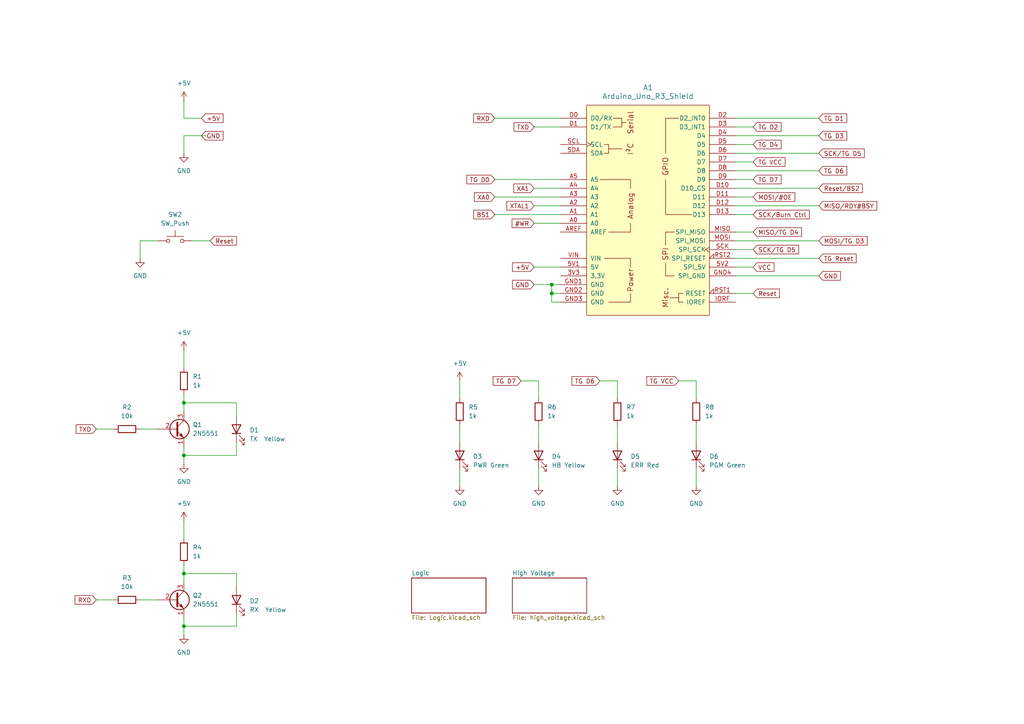
<source format=kicad_sch>
(kicad_sch (version 20231120) (generator "eeschema") (generator_version "8.0")
  (paper "A4")
  (lib_symbols
    (symbol "Device:LED" (pin_numbers hide) (pin_names (offset 1.016) hide)
      (property "Reference" "D" (at 0 2.54 0))
      (property "Value" "LED" (at 0 -2.54 0))
      (symbol "LED_0_1"
        (polyline (pts (xy -1.27 -1.27) (xy -1.27 1.27)) (stroke (width 0.254)))
        (polyline (pts (xy -1.27 0) (xy 1.27 0)))
        (polyline (pts (xy 1.27 -1.27) (xy 1.27 1.27) (xy -1.27 0) (xy 1.27 -1.27)) (stroke (width 0.254)))
        (polyline (pts (xy -3.048 -0.762) (xy -4.572 -2.286) (xy -3.81 -2.286) (xy -4.572 -2.286) (xy -4.572 -1.524)))
        (polyline (pts (xy -1.778 -0.762) (xy -3.302 -2.286) (xy -2.54 -2.286) (xy -3.302 -2.286) (xy -3.302 -1.524)))
      )
      (symbol "LED_1_1"
        (pin passive line (at -3.81 0 0) (length 2.54) (name "K") (number "1"))
        (pin passive line (at 3.81 0 180) (length 2.54) (name "A") (number "2"))
      )
    )
    (symbol "Device:R" (pin_numbers hide) (pin_names (offset 0))
      (property "Reference" "R" (at 2.032 0 90))
      (property "Value" "R" (at 0 0 90))
      (symbol "R_0_1"
        (rectangle (start -1.016 -2.54) (end 1.016 2.54) (stroke (width 0.254)))
      )
      (symbol "R_1_1"
        (pin passive line (at 0 3.81 270) (length 1.27) (name "~") (number "1"))
        (pin passive line (at 0 -3.81 90) (length 1.27) (name "~") (number "2"))
      )
    )
    (symbol "My_Arduino-Library:Arduino_Uno_R3_Shield" (pin_names (offset 1.016))
      (property "Reference" "A" (at 0 36.83 0))
      (property "Value" "Arduino_Uno_R3_Shield" (at 0 33.02 0))
      (symbol "Arduino_Uno_R3_Shield_0_0"
        (rectangle (start -17.78 30.48) (end 17.78 -30.48) (fill (type background)))
        (rectangle (start -12.7 -13.97) (end -5.08 -13.97))
        (rectangle (start -11.43 -26.67) (end -5.08 -26.67))
        (polyline (pts (xy -11.43 17.78) (xy -7.62 17.78)))
        (polyline (pts (xy -7.62 25.4) (xy -6.35 25.4)))
        (polyline (pts (xy -5.08 -26.67) (xy -5.08 -24.13)))
        (polyline (pts (xy -5.08 -15.24) (xy -5.08 -16.51)))
        (polyline (pts (xy -5.08 -13.97) (xy -5.08 -15.24)))
        (polyline (pts (xy -5.08 -3.81) (xy -5.08 -6.35) (xy -11.43 -6.35)))
        (polyline (pts (xy -5.08 6.35) (xy -5.08 8.89) (xy -13.97 8.89)))
        (polyline (pts (xy 5.08 8.89) (xy 5.08 -1.27) (xy 12.7 -1.27)))
        (polyline (pts (xy 5.08 16.51) (xy 5.08 26.67) (xy 8.89 26.67)))
        (polyline (pts (xy -12.7 19.05) (xy -11.43 19.05) (xy -11.43 16.51) (xy -12.7 16.51)))
        (polyline (pts (xy -10.16 26.67) (xy -7.62 26.67) (xy -7.62 24.13) (xy -10.16 24.13)))
        (rectangle (start 5.08 -19.05) (end 5.08 -15.24))
        (rectangle (start 5.08 -19.05) (end 7.62 -19.05))
        (rectangle (start 5.08 -10.16) (end 5.08 -6.35))
        (rectangle (start 7.62 -6.35) (end 5.08 -6.35))
        (rectangle (start 8.89 -25.4) (end 6.35 -25.4))
        (rectangle (start 8.89 -24.13) (end 8.89 -26.67))
        (rectangle (start 10.16 -26.67) (end 8.89 -26.67))
        (rectangle (start 10.16 -24.13) (end 8.89 -24.13))
        (text "Analog" (at -5.08 1.27 900) (effects (font (size 1.524 1.524))))
        (text "I²C" (at -5.08 17.78 900) (effects (font (size 1.524 1.524))))
        (text "Misc." (at 5.08 -25.4 900) (effects (font (size 1.524 1.524))))
        (text "Power" (at -5.08 -20.32 900) (effects (font (size 1.524 1.524))))
        (text "Serial" (at -5.08 25.4 900) (effects (font (size 1.524 1.524))))
        (text "SPI" (at 5.08 -12.7 900) (effects (font (size 1.524 1.524))))
      )
      (symbol "Arduino_Uno_R3_Shield_1_0"
        (text "GPIO" (at 5.08 12.7 900) (effects (font (size 1.524 1.524))))
      )
      (symbol "Arduino_Uno_R3_Shield_1_1"
        (pin power_out line (at -25.4 -19.05 0) (length 7.62) (name "3.3V") (number "3V3"))
        (pin power_in line (at -25.4 -16.51 0) (length 7.62) (name "5V") (number "5V1"))
        (pin power_in line (at 25.4 -16.51 180) (length 7.62) (name "SPI_5V") (number "5V2"))
        (pin bidirectional line (at -25.4 -3.81 0) (length 7.62) (name "A0") (number "A0"))
        (pin bidirectional line (at -25.4 -1.27 0) (length 7.62) (name "A1") (number "A1"))
        (pin bidirectional line (at -25.4 1.27 0) (length 7.62) (name "A2") (number "A2"))
        (pin bidirectional line (at -25.4 3.81 0) (length 7.62) (name "A3") (number "A3"))
        (pin bidirectional line (at -25.4 6.35 0) (length 7.62) (name "A4") (number "A4"))
        (pin bidirectional line (at -25.4 8.89 0) (length 7.62) (name "A5") (number "A5"))
        (pin input line (at -25.4 -6.35 0) (length 7.62) (name "AREF") (number "AREF"))
        (pin bidirectional line (at -25.4 26.67 0) (length 7.62) (name "D0/RX") (number "D0"))
        (pin bidirectional line (at -25.4 24.13 0) (length 7.62) (name "D1/TX") (number "D1"))
        (pin bidirectional line (at 25.4 6.35 180) (length 7.62) (name "D10_CS") (number "D10"))
        (pin bidirectional line (at 25.4 3.81 180) (length 7.62) (name "D11") (number "D11"))
        (pin bidirectional line (at 25.4 1.27 180) (length 7.62) (name "D12") (number "D12"))
        (pin bidirectional line (at 25.4 -1.27 180) (length 7.62) (name "D13") (number "D13"))
        (pin bidirectional line (at 25.4 26.67 180) (length 7.62) (name "D2_INT0") (number "D2"))
        (pin bidirectional line (at 25.4 24.13 180) (length 7.62) (name "D3_INT1") (number "D3"))
        (pin bidirectional line (at 25.4 21.59 180) (length 7.62) (name "D4") (number "D4"))
        (pin bidirectional line (at 25.4 19.05 180) (length 7.62) (name "D5") (number "D5"))
        (pin bidirectional line (at 25.4 16.51 180) (length 7.62) (name "D6") (number "D6"))
        (pin bidirectional line (at 25.4 13.97 180) (length 7.62) (name "D7") (number "D7"))
        (pin bidirectional line (at 25.4 11.43 180) (length 7.62) (name "D8") (number "D8"))
        (pin bidirectional line (at 25.4 8.89 180) (length 7.62) (name "D9") (number "D9"))
        (pin power_in line (at -25.4 -21.59 0) (length 7.62) (name "GND") (number "GND1"))
        (pin power_in line (at -25.4 -24.13 0) (length 7.62) (name "GND") (number "GND2"))
        (pin power_in line (at -25.4 -26.67 0) (length 7.62) (name "GND") (number "GND3"))
        (pin power_in line (at 25.4 -19.05 180) (length 7.62) (name "SPI_GND") (number "GND4"))
        (pin output line (at 25.4 -26.67 180) (length 7.62) (name "IOREF") (number "IORF"))
        (pin input line (at 25.4 -6.35 180) (length 7.62) (name "SPI_MISO") (number "MISO"))
        (pin output line (at 25.4 -8.89 180) (length 7.62) (name "SPI_MOSI") (number "MOSI"))
        (pin open_collector input_low (at 25.4 -24.13 180) (length 7.62) (name "RESET") (number "RST1"))
        (pin open_collector input_low (at 25.4 -13.97 180) (length 7.62) (name "SPI_RESET") (number "RST2"))
        (pin output clock (at 25.4 -11.43 180) (length 7.62) (name "SPI_SCK") (number "SCK"))
        (pin bidirectional clock (at -25.4 19.05 0) (length 7.62) (name "SCL") (number "SCL"))
        (pin bidirectional line (at -25.4 16.51 0) (length 7.62) (name "SDA") (number "SDA"))
        (pin power_in line (at -25.4 -13.97 0) (length 7.62) (name "VIN") (number "VIN"))
      )
    )
    (symbol "My_Misc:2N5551" (pin_names (offset 0) hide)
      (property "Reference" "Q" (at 5.08 1.905 0))
      (property "Value" "2N5551" (at 5.08 0 0))
      (symbol "2N5551_0_1"
        (polyline (pts (xy 0.635 0.635) (xy 2.54 2.54)))
        (polyline (pts (xy 0.635 -0.635) (xy 2.54 -2.54) (xy 2.54 -2.54)))
        (polyline (pts (xy 0.635 1.905) (xy 0.635 -1.905) (xy 0.635 -1.905)) (stroke (width 0.508)))
        (polyline (pts (xy 1.27 -1.778) (xy 1.778 -1.27) (xy 2.286 -2.286) (xy 1.27 -1.778) (xy 1.27 -1.778)) (fill (type outline)))
        (circle (center 1.27 0) (radius 2.8194) (stroke (width 0.254)))
      )
      (symbol "2N5551_1_1"
        (pin passive line (at 2.54 -5.08 90) (length 2.54) (name "E") (number "1"))
        (pin passive line (at -5.08 0 0) (length 5.715) (name "B") (number "2"))
        (pin passive line (at 2.54 5.08 270) (length 2.54) (name "C") (number "3"))
      )
    )
    (symbol "Switch:SW_Push" (pin_numbers hide) (pin_names (offset 1.016) hide)
      (property "Reference" "SW" (at 1.27 2.54 0))
      (property "Value" "SW_Push" (at 0 -1.524 0))
      (symbol "SW_Push_0_1"
        (circle (center -2.032 0) (radius 0.508))
        (polyline (pts (xy 0 1.27) (xy 0 3.048)))
        (polyline (pts (xy 2.54 1.27) (xy -2.54 1.27)))
        (circle (center 2.032 0) (radius 0.508))
        (pin passive line (at -5.08 0 0) (length 2.54) (name "1") (number "1"))
        (pin passive line (at 5.08 0 180) (length 2.54) (name "2") (number "2"))
      )
    )
    (symbol "power:+5V" (power) (pin_numbers hide) (pin_names (offset 0) hide)
      (property "Value" "+5V" (at 0 3.556 0))
      (symbol "+5V_0_1"
        (polyline (pts (xy -0.762 1.27) (xy 0 2.54)))
        (polyline (pts (xy 0 0) (xy 0 2.54)))
        (polyline (pts (xy 0 2.54) (xy 0.762 1.27)))
      )
      (symbol "+5V_1_1"
        (pin power_in line (at 0 0 90) (length 0) (name "~") (number "1"))
      )
    )
    (symbol "power:GND" (power) (pin_numbers hide) (pin_names (offset 0) hide)
      (property "Value" "GND" (at 0 -3.81 0))
      (symbol "GND_0_1"
        (polyline (pts (xy 0 0) (xy 0 -1.27) (xy 1.27 -1.27) (xy 0 -2.54) (xy -1.27 -1.27) (xy 0 -1.27)))
      )
      (symbol "GND_1_1"
        (pin power_in line (at 0 0 270) (length 0) (name "~") (number "1"))
      )
    )
  )
  (junction (at 53.34 116.84))
  (junction (at 160.02 85.09))
  (junction (at 53.34 181.61))
  (junction (at 160.02 82.55))
  (junction (at 53.34 132.08))
  (junction (at 53.34 166.37))
  (wire (pts (xy 53.34 39.37) (xy 53.34 44.45)))
  (wire (pts (xy 53.34 132.08) (xy 68.58 132.08)))
  (wire (pts (xy 213.36 72.39) (xy 218.44 72.39)))
  (wire (pts (xy 179.07 135.89) (xy 179.07 140.97)))
  (wire (pts (xy 53.34 114.3) (xy 53.34 116.84)))
  (wire (pts (xy 179.07 123.19) (xy 179.07 128.27)))
  (wire (pts (xy 154.94 36.83) (xy 162.56 36.83)))
  (wire (pts (xy 179.07 110.49) (xy 179.07 115.57)))
  (wire (pts (xy 213.36 67.31) (xy 218.44 67.31)))
  (wire (pts (xy 160.02 82.55) (xy 162.56 82.55)))
  (wire (pts (xy 213.36 41.91) (xy 218.44 41.91)))
  (wire (pts (xy 160.02 85.09) (xy 162.56 85.09)))
  (wire (pts (xy 213.36 69.85) (xy 237.49 69.85)))
  (wire (pts (xy 173.99 110.49) (xy 179.07 110.49)))
  (wire (pts (xy 68.58 116.84) (xy 53.34 116.84)))
  (wire (pts (xy 156.21 110.49) (xy 156.21 115.57)))
  (wire (pts (xy 213.36 44.45) (xy 237.49 44.45)))
  (wire (pts (xy 133.35 135.89) (xy 133.35 140.97)))
  (wire (pts (xy 213.36 77.47) (xy 218.44 77.47)))
  (wire (pts (xy 213.36 46.99) (xy 218.44 46.99)))
  (wire (pts (xy 59.69 39.37) (xy 53.34 39.37)))
  (wire (pts (xy 53.34 166.37) (xy 53.34 168.91)))
  (wire (pts (xy 55.88 69.85) (xy 60.96 69.85)))
  (wire (pts (xy 201.93 123.19) (xy 201.93 128.27)))
  (wire (pts (xy 213.36 39.37) (xy 237.49 39.37)))
  (wire (pts (xy 53.34 101.6) (xy 53.34 106.68)))
  (wire (pts (xy 143.51 52.07) (xy 162.56 52.07)))
  (wire (pts (xy 53.34 179.07) (xy 53.34 181.61)))
  (wire (pts (xy 143.51 62.23) (xy 162.56 62.23)))
  (wire (pts (xy 68.58 128.27) (xy 68.58 132.08)))
  (wire (pts (xy 160.02 85.09) (xy 160.02 82.55)))
  (wire (pts (xy 156.21 135.89) (xy 156.21 140.97)))
  (wire (pts (xy 154.94 59.69) (xy 162.56 59.69)))
  (wire (pts (xy 213.36 52.07) (xy 218.44 52.07)))
  (wire (pts (xy 40.64 124.46) (xy 45.72 124.46)))
  (wire (pts (xy 53.34 163.83) (xy 53.34 166.37)))
  (wire (pts (xy 53.34 151.13) (xy 53.34 156.21)))
  (wire (pts (xy 53.34 181.61) (xy 53.34 184.15)))
  (wire (pts (xy 213.36 62.23) (xy 218.44 62.23)))
  (wire (pts (xy 68.58 120.65) (xy 68.58 116.84)))
  (wire (pts (xy 53.34 34.29) (xy 53.34 29.21)))
  (wire (pts (xy 68.58 177.8) (xy 68.58 181.61)))
  (wire (pts (xy 40.64 173.99) (xy 45.72 173.99)))
  (wire (pts (xy 213.36 34.29) (xy 237.49 34.29)))
  (wire (pts (xy 154.94 54.61) (xy 162.56 54.61)))
  (wire (pts (xy 156.21 123.19) (xy 156.21 128.27)))
  (wire (pts (xy 154.94 77.47) (xy 162.56 77.47)))
  (wire (pts (xy 68.58 166.37) (xy 53.34 166.37)))
  (wire (pts (xy 154.94 82.55) (xy 160.02 82.55)))
  (wire (pts (xy 213.36 36.83) (xy 218.44 36.83)))
  (wire (pts (xy 27.94 173.99) (xy 33.02 173.99)))
  (wire (pts (xy 213.36 54.61) (xy 237.49 54.61)))
  (wire (pts (xy 133.35 110.49) (xy 133.35 115.57)))
  (wire (pts (xy 53.34 116.84) (xy 53.34 119.38)))
  (wire (pts (xy 213.36 57.15) (xy 218.44 57.15)))
  (wire (pts (xy 45.72 69.85) (xy 40.64 69.85)))
  (wire (pts (xy 53.34 181.61) (xy 68.58 181.61)))
  (wire (pts (xy 40.64 69.85) (xy 40.64 74.93)))
  (wire (pts (xy 58.42 34.29) (xy 53.34 34.29)))
  (wire (pts (xy 213.36 59.69) (xy 237.49 59.69)))
  (wire (pts (xy 162.56 87.63) (xy 160.02 87.63)))
  (wire (pts (xy 201.93 135.89) (xy 201.93 140.97)))
  (wire (pts (xy 160.02 87.63) (xy 160.02 85.09)))
  (wire (pts (xy 213.36 49.53) (xy 237.49 49.53)))
  (wire (pts (xy 196.85 110.49) (xy 201.93 110.49)))
  (wire (pts (xy 154.94 64.77) (xy 162.56 64.77)))
  (wire (pts (xy 68.58 170.18) (xy 68.58 166.37)))
  (wire (pts (xy 213.36 74.93) (xy 237.49 74.93)))
  (wire (pts (xy 143.51 57.15) (xy 162.56 57.15)))
  (wire (pts (xy 143.51 34.29) (xy 162.56 34.29)))
  (wire (pts (xy 213.36 85.09) (xy 218.44 85.09)))
  (wire (pts (xy 53.34 129.54) (xy 53.34 132.08)))
  (wire (pts (xy 151.13 110.49) (xy 156.21 110.49)))
  (wire (pts (xy 27.94 124.46) (xy 33.02 124.46)))
  (wire (pts (xy 133.35 123.19) (xy 133.35 128.27)))
  (wire (pts (xy 201.93 110.49) (xy 201.93 115.57)))
  (wire (pts (xy 213.36 80.01) (xy 237.49 80.01)))
  (wire (pts (xy 53.34 132.08) (xy 53.34 134.62)))
  (global_label "VCC" (shape input) (at 218.44 77.47 0) (property "Intersheetrefs" "${INTERSHEET_REFS}" (effects (hide yes))))
  (global_label "TXD" (shape input) (at 154.94 36.83 180) (property "Intersheetrefs" "${INTERSHEET_REFS}" (effects (hide yes))))
  (global_label "RXD" (shape input) (at 143.51 34.29 180) (property "Intersheetrefs" "${INTERSHEET_REFS}" (effects (hide yes))))
  (global_label "MISO{slash}TG D4" (shape input) (at 218.44 67.31 0) (property "Intersheetrefs" "${INTERSHEET_REFS}" (effects (hide yes))))
  (global_label "MOSI{slash}TG D3" (shape input) (at 237.49 69.85 0) (property "Intersheetrefs" "${INTERSHEET_REFS}" (effects (hide yes))))
  (global_label "Reset{slash}BS2" (shape input) (at 237.49 54.61 0) (property "Intersheetrefs" "${INTERSHEET_REFS}" (effects (hide yes))))
  (global_label "TG D3" (shape input) (at 237.49 39.37 0) (property "Intersheetrefs" "${INTERSHEET_REFS}" (effects (hide yes))))
  (global_label "TG D2" (shape input) (at 218.44 36.83 0) (property "Intersheetrefs" "${INTERSHEET_REFS}" (effects (hide yes))))
  (global_label "BS1" (shape input) (at 143.51 62.23 180) (property "Intersheetrefs" "${INTERSHEET_REFS}" (effects (hide yes))))
  (global_label "XTAL1" (shape input) (at 154.94 59.69 180) (property "Intersheetrefs" "${INTERSHEET_REFS}" (effects (hide yes))))
  (global_label "TG D6" (shape input) (at 173.99 110.49 180) (property "Intersheetrefs" "${INTERSHEET_REFS}" (effects (hide yes))))
  (global_label "TG D0" (shape input) (at 143.51 52.07 180) (property "Intersheetrefs" "${INTERSHEET_REFS}" (effects (hide yes))))
  (global_label "TG D4" (shape input) (at 218.44 41.91 0) (property "Intersheetrefs" "${INTERSHEET_REFS}" (effects (hide yes))))
  (global_label "TG VCC" (shape input) (at 196.85 110.49 180) (property "Intersheetrefs" "${INTERSHEET_REFS}" (effects (hide yes))))
  (global_label "+5V" (shape input) (at 58.42 34.29 0) (property "Intersheetrefs" "${INTERSHEET_REFS}" (effects (hide yes))))
  (global_label "MISO{slash}RDY#BSY" (shape input) (at 237.49 59.69 0) (property "Intersheetrefs" "${INTERSHEET_REFS}" (effects (hide yes))))
  (global_label "Reset" (shape input) (at 60.96 69.85 0) (property "Intersheetrefs" "${INTERSHEET_REFS}" (effects (hide yes))))
  (global_label "TG D6" (shape input) (at 237.49 49.53 0) (property "Intersheetrefs" "${INTERSHEET_REFS}" (effects (hide yes))))
  (global_label "#WR" (shape input) (at 154.94 64.77 180) (property "Intersheetrefs" "${INTERSHEET_REFS}" (effects (hide yes))))
  (global_label "TG Reset" (shape input) (at 237.49 74.93 0) (property "Intersheetrefs" "${INTERSHEET_REFS}" (effects (hide yes))))
  (global_label "+5V" (shape input) (at 154.94 77.47 180) (property "Intersheetrefs" "${INTERSHEET_REFS}" (effects (hide yes))))
  (global_label "SCK{slash}TG D5" (shape input) (at 218.44 72.39 0) (property "Intersheetrefs" "${INTERSHEET_REFS}" (effects (hide yes))))
  (global_label "Reset" (shape input) (at 218.44 85.09 0) (property "Intersheetrefs" "${INTERSHEET_REFS}" (effects (hide yes))))
  (global_label "TG D7" (shape input) (at 151.13 110.49 180) (property "Intersheetrefs" "${INTERSHEET_REFS}" (effects (hide yes))))
  (global_label "GND" (shape input) (at 237.49 80.01 0) (property "Intersheetrefs" "${INTERSHEET_REFS}" (effects (hide yes))))
  (global_label "XA0" (shape input) (at 143.51 57.15 180) (property "Intersheetrefs" "${INTERSHEET_REFS}" (effects (hide yes))))
  (global_label "RXD" (shape input) (at 27.94 173.99 180) (property "Intersheetrefs" "${INTERSHEET_REFS}" (effects (hide yes))))
  (global_label "SCK{slash}TG D5" (shape input) (at 237.49 44.45 0) (property "Intersheetrefs" "${INTERSHEET_REFS}" (effects (hide yes))))
  (global_label "GND" (shape input) (at 154.94 82.55 180) (property "Intersheetrefs" "${INTERSHEET_REFS}" (effects (hide yes))))
  (global_label "TXD" (shape input) (at 27.94 124.46 180) (property "Intersheetrefs" "${INTERSHEET_REFS}" (effects (hide yes))))
  (global_label "GND" (shape input) (at 58.42 39.37 0) (property "Intersheetrefs" "${INTERSHEET_REFS}" (effects (hide yes))))
  (global_label "TG D1" (shape input) (at 237.49 34.29 0) (property "Intersheetrefs" "${INTERSHEET_REFS}" (effects (hide yes))))
  (global_label "SCK{slash}Burn Ctrl" (shape input) (at 218.44 62.23 0) (property "Intersheetrefs" "${INTERSHEET_REFS}" (effects (hide yes))))
  (global_label "TG VCC" (shape input) (at 218.44 46.99 0) (property "Intersheetrefs" "${INTERSHEET_REFS}" (effects (hide yes))))
  (global_label "TG D7" (shape input) (at 218.44 52.07 0) (property "Intersheetrefs" "${INTERSHEET_REFS}" (effects (hide yes))))
  (global_label "MOSI{slash}#OE" (shape input) (at 218.44 57.15 0) (property "Intersheetrefs" "${INTERSHEET_REFS}" (effects (hide yes))))
  (global_label "XA1" (shape input) (at 154.94 54.61 180) (property "Intersheetrefs" "${INTERSHEET_REFS}" (effects (hide yes))))
  (symbol (lib_id "power:GND") (at 179.07 140.97 0) (unit 1)
    (property "Reference" "#PWR011" (effects (hide yes)))
    (property "Value" "GND" (at 179.07 146.05 0))
    (property "Description" "Power symbol creates a global label with name \"GND\" , ground" (effects (hide yes)))
  )
  (symbol (lib_id "power:GND") (at 156.21 140.97 0) (unit 1)
    (property "Reference" "#PWR010" (effects (hide yes)))
    (property "Value" "GND" (at 156.21 146.05 0))
    (property "Description" "Power symbol creates a global label with name \"GND\" , ground" (effects (hide yes)))
  )
  (symbol (lib_id "Device:R") (at 201.93 119.38 0) (unit 1)
    (property "Reference" "R8" (at 204.47 118.1099 0) (effects (justify left)))
    (property "Value" "1k" (at 204.47 120.6499 0) (effects (justify left)))
    (property "Description" "Resistor" (effects (hide yes)))
  )
  (symbol (lib_id "Device:R") (at 133.35 119.38 0) (unit 1)
    (property "Reference" "R5" (at 135.89 118.1099 0) (effects (justify left)))
    (property "Value" "1k" (at 135.89 120.6499 0) (effects (justify left)))
    (property "Description" "Resistor" (effects (hide yes)))
  )
  (symbol (lib_id "Switch:SW_Push") (at 50.8 69.85 0) (unit 1)
    (property "Reference" "SW2" (at 50.8 62.23 0))
    (property "Value" "SW_Push" (at 50.8 64.77 0))
    (property "Description" "Push button switch, generic, two pins" (effects (hide yes)))
  )
  (symbol (lib_id "My_Misc:2N5551") (at 50.8 124.46 0) (unit 1)
    (property "Reference" "Q1" (at 55.88 123.1899 0) (effects (justify left)))
    (property "Value" "2N5551" (at 55.88 125.7299 0) (effects (justify left)))
    (property "Footprint" "Package_TO_SOT_THT:TO-92_Inline" (effects (hide yes)))
    (property "Datasheet" "https://www.electrokit.com/upload/quick/bf/a5/5706_41010914-tds.pdf" (effects (hide yes)))
  )
  (symbol (lib_id "Device:R") (at 53.34 160.02 0) (unit 1)
    (property "Reference" "R4" (at 55.88 158.7499 0) (effects (justify left)))
    (property "Value" "1k" (at 55.88 161.2899 0) (effects (justify left)))
    (property "Description" "Resistor" (effects (hide yes)))
  )
  (symbol (lib_id "power:GND") (at 201.93 140.97 0) (unit 1)
    (property "Reference" "#PWR012" (effects (hide yes)))
    (property "Value" "GND" (at 201.93 146.05 0))
    (property "Description" "Power symbol creates a global label with name \"GND\" , ground" (effects (hide yes)))
  )
  (symbol (lib_id "power:GND") (at 53.34 44.45 0) (unit 1)
    (property "Reference" "#PWR07" (effects (hide yes)))
    (property "Value" "GND" (at 53.34 49.53 0))
    (property "Description" "Power symbol creates a global label with name \"GND\" , ground" (effects (hide yes)))
  )
  (symbol (lib_id "power:GND") (at 53.34 184.15 0) (unit 1)
    (property "Reference" "#PWR06" (effects (hide yes)))
    (property "Value" "GND" (at 53.34 189.23 0))
    (property "Description" "Power symbol creates a global label with name \"GND\" , ground" (effects (hide yes)))
  )
  (symbol (lib_id "Device:LED") (at 201.93 132.08 90) (unit 1)
    (property "Reference" "D6" (at 205.74 132.3974 90) (effects (justify right)))
    (property "Value" "PGM Green" (at 205.74 134.9374 90) (effects (justify right)))
    (property "Description" "Light emitting diode" (effects (hide yes)))
  )
  (symbol (lib_id "My_Arduino-Library:Arduino_Uno_R3_Shield") (at 187.96 60.96 0) (unit 1)
    (property "Reference" "A1" (at 187.96 25.4 0) (effects (font (size 1.524 1.524))))
    (property "Value" "Arduino_Uno_R3_Shield" (at 187.96 27.94 0) (effects (font (size 1.524 1.524))))
    (property "Footprint" "PCM_arduino-library:Arduino_Uno_R3_Shield" (effects (hide yes)))
    (property "Datasheet" "https://docs.arduino.cc/hardware/uno-rev3" (effects (hide yes)))
    (property "Description" "Shield for Arduino Uno R3" (effects (hide yes)))
  )
  (symbol (lib_id "Device:R") (at 179.07 119.38 0) (unit 1)
    (property "Reference" "R7" (at 181.61 118.1099 0) (effects (justify left)))
    (property "Value" "1k" (at 181.61 120.6499 0) (effects (justify left)))
    (property "Description" "Resistor" (effects (hide yes)))
  )
  (symbol (lib_id "My_Misc:2N5551") (at 50.8 173.99 0) (unit 1)
    (property "Reference" "Q2" (at 55.88 172.7199 0) (effects (justify left)))
    (property "Value" "2N5551" (at 55.88 175.2599 0) (effects (justify left)))
    (property "Footprint" "Package_TO_SOT_THT:TO-92_Inline" (effects (hide yes)))
    (property "Datasheet" "https://www.electrokit.com/upload/quick/bf/a5/5706_41010914-tds.pdf" (effects (hide yes)))
  )
  (symbol (lib_id "power:+5V") (at 133.35 110.49 0) (unit 1)
    (property "Reference" "#PWR09" (effects (hide yes)))
    (property "Value" "+5V" (at 133.35 105.41 0))
    (property "Description" "Power symbol creates a global label with name \"+5V\"" (effects (hide yes)))
  )
  (symbol (lib_id "power:GND") (at 133.35 140.97 0) (unit 1)
    (property "Reference" "#PWR08" (effects (hide yes)))
    (property "Value" "GND" (at 133.35 146.05 0))
    (property "Description" "Power symbol creates a global label with name \"GND\" , ground" (effects (hide yes)))
  )
  (symbol (lib_id "Device:R") (at 53.34 110.49 0) (unit 1)
    (property "Reference" "R1" (at 55.88 109.2199 0) (effects (justify left)))
    (property "Value" "1k" (at 55.88 111.7599 0) (effects (justify left)))
    (property "Description" "Resistor" (effects (hide yes)))
  )
  (symbol (lib_id "Device:R") (at 36.83 124.46 90) (unit 1)
    (property "Reference" "R2" (at 36.83 118.11 90))
    (property "Value" "10k" (at 36.83 120.65 90))
    (property "Description" "Resistor" (effects (hide yes)))
  )
  (symbol (lib_id "Device:LED") (at 156.21 132.08 90) (unit 1)
    (property "Reference" "D4" (at 160.02 132.3974 90) (effects (justify right)))
    (property "Value" "HB Yellow" (at 160.02 134.9374 90) (effects (justify right)))
    (property "Description" "Light emitting diode" (effects (hide yes)))
  )
  (symbol (lib_id "Device:R") (at 36.83 173.99 90) (unit 1)
    (property "Reference" "R3" (at 36.83 167.64 90))
    (property "Value" "10k" (at 36.83 170.18 90))
    (property "Description" "Resistor" (effects (hide yes)))
  )
  (symbol (lib_id "power:+5V") (at 53.34 151.13 0) (unit 1)
    (property "Reference" "#PWR05" (effects (hide yes)))
    (property "Value" "+5V" (at 53.34 146.05 0))
    (property "Description" "Power symbol creates a global label with name \"+5V\"" (effects (hide yes)))
  )
  (symbol (lib_id "power:+5V") (at 53.34 101.6 0) (unit 1)
    (property "Reference" "#PWR04" (effects (hide yes)))
    (property "Value" "+5V" (at 53.34 96.52 0))
    (property "Description" "Power symbol creates a global label with name \"+5V\"" (effects (hide yes)))
  )
  (symbol (lib_id "Device:LED") (at 179.07 132.08 90) (unit 1)
    (property "Reference" "D5" (at 182.88 132.3974 90) (effects (justify right)))
    (property "Value" "ERR Red" (at 182.88 134.9374 90) (effects (justify right)))
    (property "Description" "Light emitting diode" (effects (hide yes)))
  )
  (symbol (lib_id "Device:R") (at 156.21 119.38 0) (unit 1)
    (property "Reference" "R6" (at 158.75 118.1099 0) (effects (justify left)))
    (property "Value" "1k" (at 158.75 120.6499 0) (effects (justify left)))
    (property "Description" "Resistor" (effects (hide yes)))
  )
  (symbol (lib_id "power:GND") (at 53.34 134.62 0) (unit 1)
    (property "Reference" "#PWR02" (effects (hide yes)))
    (property "Value" "GND" (at 53.34 139.7 0))
    (property "Description" "Power symbol creates a global label with name \"GND\" , ground" (effects (hide yes)))
  )
  (symbol (lib_id "power:+5V") (at 53.34 29.21 0) (unit 1)
    (property "Reference" "#PWR03" (effects (hide yes)))
    (property "Value" "+5V" (at 53.34 24.13 0))
    (property "Description" "Power symbol creates a global label with name \"+5V\"" (effects (hide yes)))
  )
  (symbol (lib_id "Device:LED") (at 68.58 173.99 90) (unit 1)
    (property "Reference" "D2" (at 72.39 174.3074 90) (effects (justify right)))
    (property "Value" "RX  Yellow" (at 72.39 176.8474 90) (effects (justify right)))
    (property "Description" "Light emitting diode" (effects (hide yes)))
  )
  (symbol (lib_id "Device:LED") (at 133.35 132.08 90) (unit 1)
    (property "Reference" "D3" (at 137.16 132.3974 90) (effects (justify right)))
    (property "Value" "PWR Green" (at 137.16 134.9374 90) (effects (justify right)))
    (property "Description" "Light emitting diode" (effects (hide yes)))
  )
  (symbol (lib_id "power:GND") (at 40.64 74.93 0) (unit 1)
    (property "Reference" "#PWR01" (effects (hide yes)))
    (property "Value" "GND" (at 40.64 80.01 0))
    (property "Description" "Power symbol creates a global label with name \"GND\" , ground" (effects (hide yes)))
  )
  (symbol (lib_id "Device:LED") (at 68.58 124.46 90) (unit 1)
    (property "Reference" "D1" (at 72.39 124.7774 90) (effects (justify right)))
    (property "Value" "TX  Yellow" (at 72.39 127.3174 90) (effects (justify right)))
    (property "Description" "Light emitting diode" (effects (hide yes)))
  )
  (sheet (at 119.38 167.64) (size 21.59 10.16) (stroke (width 0.1524))
    (property "Sheetname" "Logic" (at 119.38 166.9284 0) (effects (justify left bottom)))
    (property "Sheetfile" "Logic.kicad_sch" (at 119.38 178.3846 0) (effects (justify left top)))
  )
  (sheet (at 148.59 167.64) (size 21.59 10.16) (stroke (width 0.1524))
    (property "Sheetname" "High Voltage" (at 148.59 166.9284 0) (effects (justify left bottom)))
    (property "Sheetfile" "high_voltage.kicad_sch" (at 148.59 178.3846 0) (effects (justify left top)))
  )
)
</source>
